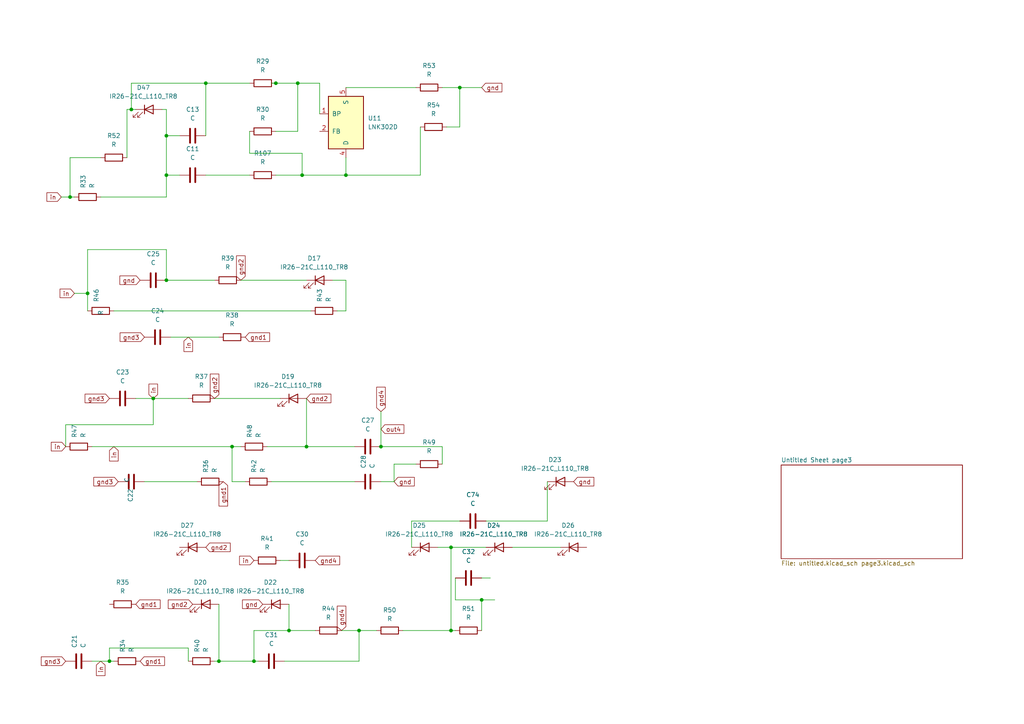
<source format=kicad_sch>
(kicad_sch (version 20231120) (generator "eeschema") (generator_version "8.0")
  (paper "A4")
  (lib_symbols
    (symbol "Device:C" (pin_numbers hide) (pin_names (offset 0.254))
      (property "Reference" "C" (at 0.635 2.54 0))
      (property "Value" "C" (at 0.635 -2.54 0))
      (symbol "C_0_1"
        (polyline (pts (xy -2.032 -0.762) (xy 2.032 -0.762)) (stroke (width 0.508)))
        (polyline (pts (xy -2.032 0.762) (xy 2.032 0.762)) (stroke (width 0.508)))
      )
      (symbol "C_1_1"
        (pin passive line (at 0 3.81 270) (length 2.794) (name "~") (number "1"))
        (pin passive line (at 0 -3.81 90) (length 2.794) (name "~") (number "2"))
      )
    )
    (symbol "Device:R" (pin_numbers hide) (pin_names (offset 0))
      (property "Reference" "R" (at 2.032 0 90))
      (property "Value" "R" (at 0 0 90))
      (symbol "R_0_1"
        (rectangle (start -1.016 -2.54) (end 1.016 2.54) (stroke (width 0.254)))
      )
      (symbol "R_1_1"
        (pin passive line (at 0 3.81 270) (length 1.27) (name "~") (number "1"))
        (pin passive line (at 0 -3.81 90) (length 1.27) (name "~") (number "2"))
      )
    )
    (symbol "LED:IR26-21C_L110_TR8" (pin_numbers hide) (pin_names (offset 1.016) hide)
      (property "Reference" "D" (at 0 2.54 0))
      (property "Value" "IR26-21C_L110_TR8" (at 0 -3.81 0))
      (symbol "IR26-21C_L110_TR8_0_1"
        (polyline (pts (xy -1.27 -1.27) (xy -1.27 1.27)) (stroke (width 0.254)))
        (polyline (pts (xy -1.27 0) (xy 1.27 0)))
        (polyline (pts (xy 1.27 -1.27) (xy 1.27 1.27) (xy -1.27 0) (xy 1.27 -1.27)) (stroke (width 0.254)))
        (polyline (pts (xy -3.048 -0.762) (xy -4.572 -2.286) (xy -3.81 -2.286) (xy -4.572 -2.286) (xy -4.572 -1.524)))
        (polyline (pts (xy -1.778 -0.762) (xy -3.302 -2.286) (xy -2.54 -2.286) (xy -3.302 -2.286) (xy -3.302 -1.524)))
      )
      (symbol "IR26-21C_L110_TR8_1_1"
        (pin passive line (at -3.81 0 0) (length 2.54) (name "K") (number "1"))
        (pin passive line (at 3.81 0 180) (length 2.54) (name "A") (number "2"))
      )
    )
    (symbol "Regulator_Switching:LNK302D" (pin_names (offset 1.016))
      (property "Reference" "U" (at 0 -6.35 0))
      (property "Value" "LNK302D" (at 0 -8.89 0))
      (symbol "LNK302D_0_1"
        (rectangle (start -7.62 5.08) (end 7.62 -5.08) (stroke (width 0.254)) (fill (type background)))
      )
      (symbol "LNK302D_1_1"
        (pin input line (at 2.54 7.62 270) (length 2.54) (name "BP") (number "1"))
        (pin input line (at -2.54 7.62 270) (length 2.54) (name "FB") (number "2"))
        (pin open_collector line (at -10.16 0 0) (length 2.54) (name "D") (number "4"))
        (pin power_in line (at 10.16 0 180) (length 2.54) (name "S") (number "5"))
        (pin passive line (at 10.16 0 180) (length 2.54) hide (name "S") (number "6"))
        (pin passive line (at 10.16 0 180) (length 2.54) hide (name "S") (number "7"))
        (pin passive line (at 10.16 0 180) (length 2.54) hide (name "S") (number "8"))
      )
    )
  )
  (junction (at 63.5 191.77))
  (junction (at 48.26 50.8))
  (junction (at 130.81 158.75))
  (junction (at 88.9 129.54))
  (junction (at 59.69 24.13))
  (junction (at 86.36 24.13))
  (junction (at 83.82 182.88))
  (junction (at 38.1 31.75))
  (junction (at 31.75 191.77))
  (junction (at 48.26 39.37))
  (junction (at 67.31 129.54))
  (junction (at 133.35 25.4))
  (junction (at 139.7 173.99))
  (junction (at 104.14 182.88))
  (junction (at 48.26 81.28))
  (junction (at 100.33 50.8))
  (junction (at 44.45 115.57))
  (junction (at 80.01 24.13))
  (junction (at 110.49 129.54))
  (junction (at 73.66 191.77))
  (junction (at 130.81 182.88))
  (junction (at 20.32 57.15))
  (junction (at 25.4 85.09))
  (junction (at 87.63 50.8))
  (wire (pts (xy 26.67 129.54) (xy 67.31 129.54)))
  (wire (pts (xy 91.44 182.88) (xy 83.82 182.88)))
  (wire (pts (xy 73.66 191.77) (xy 74.93 191.77)))
  (wire (pts (xy 83.82 175.26) (xy 83.82 182.88)))
  (wire (pts (xy 54.61 187.96) (xy 54.61 191.77)))
  (wire (pts (xy 31.75 191.77) (xy 31.75 187.96)))
  (wire (pts (xy 110.49 119.38) (xy 110.49 129.54)))
  (wire (pts (xy 67.31 129.54) (xy 69.85 129.54)))
  (wire (pts (xy 20.32 57.15) (xy 21.59 57.15)))
  (wire (pts (xy 130.81 182.88) (xy 132.08 182.88)))
  (wire (pts (xy 48.26 31.75) (xy 48.26 39.37)))
  (wire (pts (xy 87.63 50.8) (xy 100.33 50.8)))
  (wire (pts (xy 73.66 182.88) (xy 73.66 191.77)))
  (wire (pts (xy 31.75 191.77) (xy 33.02 191.77)))
  (wire (pts (xy 63.5 191.77) (xy 62.23 191.77)))
  (wire (pts (xy 48.26 81.28) (xy 62.23 81.28)))
  (wire (pts (xy 52.07 39.37) (xy 48.26 39.37)))
  (wire (pts (xy 44.45 123.19) (xy 44.45 115.57)))
  (wire (pts (xy 26.67 191.77) (xy 31.75 191.77)))
  (wire (pts (xy 72.39 44.45) (xy 87.63 44.45)))
  (wire (pts (xy 128.27 129.54) (xy 128.27 134.62)))
  (wire (pts (xy 17.78 57.15) (xy 20.32 57.15)))
  (wire (pts (xy 20.32 57.15) (xy 20.32 45.72)))
  (wire (pts (xy 110.49 129.54) (xy 128.27 129.54)))
  (wire (pts (xy 31.75 187.96) (xy 54.61 187.96)))
  (wire (pts (xy 52.07 50.8) (xy 48.26 50.8)))
  (wire (pts (xy 62.23 115.57) (xy 81.28 115.57)))
  (wire (pts (xy 104.14 182.88) (xy 109.22 182.88)))
  (wire (pts (xy 46.99 31.75) (xy 48.26 31.75)))
  (wire (pts (xy 77.47 129.54) (xy 88.9 129.54)))
  (wire (pts (xy 100.33 25.4) (xy 120.65 25.4)))
  (wire (pts (xy 38.1 24.13) (xy 59.69 24.13)))
  (wire (pts (xy 49.53 97.79) (xy 63.5 97.79)))
  (wire (pts (xy 48.26 57.15) (xy 29.21 57.15)))
  (wire (pts (xy 100.33 50.8) (xy 100.33 45.72)))
  (wire (pts (xy 100.33 90.17) (xy 97.79 90.17)))
  (wire (pts (xy 36.83 45.72) (xy 36.83 31.75)))
  (wire (pts (xy 133.35 36.83) (xy 133.35 25.4)))
  (wire (pts (xy 33.02 90.17) (xy 90.17 90.17)))
  (wire (pts (xy 116.84 182.88) (xy 130.81 182.88)))
  (wire (pts (xy 19.05 123.19) (xy 44.45 123.19)))
  (wire (pts (xy 120.65 134.62) (xy 114.3 134.62)))
  (wire (pts (xy 104.14 191.77) (xy 104.14 182.88)))
  (wire (pts (xy 67.31 129.54) (xy 67.31 139.7)))
  (wire (pts (xy 39.37 115.57) (xy 44.45 115.57)))
  (wire (pts (xy 67.31 139.7) (xy 71.12 139.7)))
  (wire (pts (xy 127 158.75) (xy 130.81 158.75)))
  (wire (pts (xy 59.69 39.37) (xy 59.69 24.13)))
  (wire (pts (xy 38.1 31.75) (xy 38.1 24.13)))
  (wire (pts (xy 19.05 129.54) (xy 19.05 123.19)))
  (wire (pts (xy 119.38 151.13) (xy 133.35 151.13)))
  (wire (pts (xy 139.7 182.88) (xy 139.7 173.99)))
  (wire (pts (xy 59.69 50.8) (xy 72.39 50.8)))
  (wire (pts (xy 114.3 134.62) (xy 114.3 139.7)))
  (wire (pts (xy 121.92 50.8) (xy 121.92 36.83)))
  (wire (pts (xy 100.33 81.28) (xy 100.33 90.17)))
  (wire (pts (xy 87.63 44.45) (xy 87.63 50.8)))
  (wire (pts (xy 63.5 191.77) (xy 73.66 191.77)))
  (wire (pts (xy 59.69 24.13) (xy 72.39 24.13)))
  (wire (pts (xy 83.82 162.56) (xy 81.28 162.56)))
  (wire (pts (xy 80.01 50.8) (xy 87.63 50.8)))
  (wire (pts (xy 133.35 25.4) (xy 139.7 25.4)))
  (wire (pts (xy 63.5 175.26) (xy 63.5 191.77)))
  (wire (pts (xy 140.97 151.13) (xy 158.75 151.13)))
  (wire (pts (xy 158.75 151.13) (xy 158.75 139.7)))
  (wire (pts (xy 44.45 115.57) (xy 54.61 115.57)))
  (wire (pts (xy 41.91 139.7) (xy 57.15 139.7)))
  (wire (pts (xy 21.59 85.09) (xy 25.4 85.09)))
  (wire (pts (xy 130.81 158.75) (xy 140.97 158.75)))
  (wire (pts (xy 48.26 39.37) (xy 48.26 50.8)))
  (wire (pts (xy 25.4 72.39) (xy 25.4 85.09)))
  (wire (pts (xy 36.83 31.75) (xy 38.1 31.75)))
  (wire (pts (xy 92.71 24.13) (xy 92.71 33.02)))
  (wire (pts (xy 96.52 81.28) (xy 100.33 81.28)))
  (wire (pts (xy 38.1 31.75) (xy 39.37 31.75)))
  (wire (pts (xy 78.74 139.7) (xy 102.87 139.7)))
  (wire (pts (xy 80.01 38.1) (xy 86.36 38.1)))
  (wire (pts (xy 86.36 24.13) (xy 92.71 24.13)))
  (wire (pts (xy 139.7 173.99) (xy 143.51 173.99)))
  (wire (pts (xy 132.08 173.99) (xy 132.08 167.64)))
  (wire (pts (xy 20.32 45.72) (xy 29.21 45.72)))
  (wire (pts (xy 128.27 25.4) (xy 133.35 25.4)))
  (wire (pts (xy 148.59 158.75) (xy 162.56 158.75)))
  (wire (pts (xy 25.4 85.09) (xy 25.4 90.17)))
  (wire (pts (xy 114.3 139.7) (xy 110.49 139.7)))
  (wire (pts (xy 139.7 173.99) (xy 132.08 173.99)))
  (wire (pts (xy 72.39 38.1) (xy 72.39 44.45)))
  (wire (pts (xy 25.4 72.39) (xy 48.26 72.39)))
  (wire (pts (xy 139.7 167.64) (xy 142.24 167.64)))
  (wire (pts (xy 69.85 81.28) (xy 88.9 81.28)))
  (wire (pts (xy 82.55 191.77) (xy 104.14 191.77)))
  (wire (pts (xy 48.26 50.8) (xy 48.26 57.15)))
  (wire (pts (xy 100.33 50.8) (xy 121.92 50.8)))
  (wire (pts (xy 88.9 129.54) (xy 102.87 129.54)))
  (wire (pts (xy 119.38 158.75) (xy 119.38 151.13)))
  (wire (pts (xy 83.82 182.88) (xy 73.66 182.88)))
  (wire (pts (xy 80.01 24.13) (xy 86.36 24.13)))
  (wire (pts (xy 88.9 115.57) (xy 88.9 129.54)))
  (wire (pts (xy 78.74 24.13) (xy 80.01 24.13)))
  (wire (pts (xy 130.81 158.75) (xy 130.81 182.88)))
  (wire (pts (xy 48.26 72.39) (xy 48.26 81.28)))
  (wire (pts (xy 104.14 182.88) (xy 99.06 182.88)))
  (wire (pts (xy 129.54 36.83) (xy 133.35 36.83)))
  (wire (pts (xy 86.36 38.1) (xy 86.36 24.13)))
  (global_label "gnd1" (shape input) (at 71.12 97.79 0) (property "Intersheetrefs" "${INTERSHEET_REFS}" (effects (hide yes))))
  (global_label "gnd4" (shape input) (at 91.44 162.56 0) (property "Intersheetrefs" "${INTERSHEET_REFS}" (effects (hide yes))))
  (global_label "gnd3" (shape input) (at 31.75 115.57 180) (property "Intersheetrefs" "${INTERSHEET_REFS}" (effects (hide yes))))
  (global_label "gnd2" (shape input) (at 88.9 115.57 0) (property "Intersheetrefs" "${INTERSHEET_REFS}" (effects (hide yes))))
  (global_label "in" (shape input) (at 44.45 115.57 90) (property "Intersheetrefs" "${INTERSHEET_REFS}" (effects (hide yes))))
  (global_label "gnd3" (shape input) (at 41.91 97.79 180) (property "Intersheetrefs" "${INTERSHEET_REFS}" (effects (hide yes))))
  (global_label "gnd3" (shape input) (at 34.29 139.7 180) (property "Intersheetrefs" "${INTERSHEET_REFS}" (effects (hide yes))))
  (global_label "in" (shape input) (at 33.02 129.54 270) (property "Intersheetrefs" "${INTERSHEET_REFS}" (effects (hide yes))))
  (global_label "gnd2" (shape input) (at 69.85 81.28 90) (property "Intersheetrefs" "${INTERSHEET_REFS}" (effects (hide yes))))
  (global_label "gnd1" (shape input) (at 40.64 191.77 0) (property "Intersheetrefs" "${INTERSHEET_REFS}" (effects (hide yes))))
  (global_label "in" (shape input) (at 54.61 97.79 270) (property "Intersheetrefs" "${INTERSHEET_REFS}" (effects (hide yes))))
  (global_label "gnd1" (shape input) (at 39.37 175.26 0) (property "Intersheetrefs" "${INTERSHEET_REFS}" (effects (hide yes))))
  (global_label "in" (shape input) (at 29.21 191.77 270) (property "Intersheetrefs" "${INTERSHEET_REFS}" (effects (hide yes))))
  (global_label "in" (shape input) (at 21.59 85.09 180) (property "Intersheetrefs" "${INTERSHEET_REFS}" (effects (hide yes))))
  (global_label "gnd2" (shape input) (at 55.88 175.26 180) (property "Intersheetrefs" "${INTERSHEET_REFS}" (effects (hide yes))))
  (global_label "gnd3" (shape input) (at 19.05 191.77 180) (property "Intersheetrefs" "${INTERSHEET_REFS}" (effects (hide yes))))
  (global_label "gnd4" (shape input) (at 99.06 182.88 90) (property "Intersheetrefs" "${INTERSHEET_REFS}" (effects (hide yes))))
  (global_label "gnd" (shape input) (at 40.64 81.28 180) (property "Intersheetrefs" "${INTERSHEET_REFS}" (effects (hide yes))))
  (global_label "in" (shape input) (at 73.66 162.56 180) (property "Intersheetrefs" "${INTERSHEET_REFS}" (effects (hide yes))))
  (global_label "in" (shape input) (at 19.05 129.54 180) (property "Intersheetrefs" "${INTERSHEET_REFS}" (effects (hide yes))))
  (global_label "gnd2" (shape input) (at 59.69 158.75 0) (property "Intersheetrefs" "${INTERSHEET_REFS}" (effects (hide yes))))
  (global_label "gnd1" (shape input) (at 64.77 139.7 270) (property "Intersheetrefs" "${INTERSHEET_REFS}" (effects (hide yes))))
  (global_label "gnd2" (shape input) (at 62.23 115.57 90) (property "Intersheetrefs" "${INTERSHEET_REFS}" (effects (hide yes))))
  (global_label "out4" (shape input) (at 110.49 124.46 0) (property "Intersheetrefs" "${INTERSHEET_REFS}" (effects (hide yes))))
  (global_label "gnd" (shape input) (at 114.3 139.7 0) (property "Intersheetrefs" "${INTERSHEET_REFS}" (effects (hide yes))))
  (global_label "gnd4" (shape input) (at 110.49 119.38 90) (property "Intersheetrefs" "${INTERSHEET_REFS}" (effects (hide yes))))
  (global_label "gnd" (shape input) (at 166.37 139.7 0) (property "Intersheetrefs" "${INTERSHEET_REFS}" (effects (hide yes))))
  (global_label "gnd" (shape input) (at 76.2 175.26 180) (property "Intersheetrefs" "${INTERSHEET_REFS}" (effects (hide yes))))
  (global_label "in" (shape input) (at 17.78 57.15 180) (property "Intersheetrefs" "${INTERSHEET_REFS}" (effects (hide yes))))
  (global_label "gnd" (shape input) (at 139.7 25.4 0) (property "Intersheetrefs" "${INTERSHEET_REFS}" (effects (hide yes))))
  (symbol (lib_id "LED:IR26-21C_L110_TR8") (at 80.01 175.26 0) (unit 1)
    (property "Reference" "D22" (at 78.4225 168.91 0))
    (property "Value" "IR26-21C_L110_TR8" (at 78.4225 171.45 0))
    (property "Footprint" "LED_SMD:LED_1206_3216Metric" (effects (hide yes)))
    (property "Datasheet" "http://www.everlight.com/file/ProductFile/IR26-21C-L110-TR8.pdf" (effects (hide yes)))
    (property "Description" "940nm, 20 deg, Infrared LED, 1206" (effects (hide yes)))
  )
  (symbol (lib_id "LED:IR26-21C_L110_TR8") (at 166.37 158.75 0) (unit 1)
    (property "Reference" "D26" (at 164.7825 152.4 0))
    (property "Value" "IR26-21C_L110_TR8" (at 164.7825 154.94 0))
    (property "Footprint" "LED_SMD:LED_1206_3216Metric" (effects (hide yes)))
    (property "Datasheet" "http://www.everlight.com/file/ProductFile/IR26-21C-L110-TR8.pdf" (effects (hide yes)))
    (property "Description" "940nm, 20 deg, Infrared LED, 1206" (effects (hide yes)))
  )
  (symbol (lib_id "LED:IR26-21C_L110_TR8") (at 144.78 158.75 0) (unit 1)
    (property "Reference" "D24" (at 143.1925 152.4 0))
    (property "Value" "IR26-21C_L110_TR8" (at 143.1925 154.94 0))
    (property "Footprint" "LED_SMD:LED_1206_3216Metric" (effects (hide yes)))
    (property "Datasheet" "http://www.everlight.com/file/ProductFile/IR26-21C-L110-TR8.pdf" (effects (hide yes)))
    (property "Description" "940nm, 20 deg, Infrared LED, 1206" (effects (hide yes)))
  )
  (symbol (lib_id "Device:C") (at 44.45 81.28 90) (unit 1)
    (property "Reference" "C25" (at 44.45 73.66 90))
    (property "Value" "C" (at 44.45 76.2 90))
    (property "Footprint" "Capacitor_SMD:C_1206_3216Metric_Pad1.33x1.80mm_HandSolder" (effects (hide yes)))
    (property "Description" "Unpolarized capacitor" (effects (hide yes)))
  )
  (symbol (lib_id "LED:IR26-21C_L110_TR8") (at 92.71 81.28 0) (unit 1)
    (property "Reference" "D17" (at 91.1225 74.93 0))
    (property "Value" "IR26-21C_L110_TR8" (at 91.1225 77.47 0))
    (property "Footprint" "LED_SMD:LED_1206_3216Metric" (effects (hide yes)))
    (property "Datasheet" "http://www.everlight.com/file/ProductFile/IR26-21C-L110-TR8.pdf" (effects (hide yes)))
    (property "Description" "940nm, 20 deg, Infrared LED, 1206" (effects (hide yes)))
  )
  (symbol (lib_id "Device:R") (at 66.04 81.28 90) (unit 1)
    (property "Reference" "R39" (at 66.04 74.93 90))
    (property "Value" "R" (at 66.04 77.47 90))
    (property "Footprint" "Resistor_THT:R_Axial_DIN0414_L11.9mm_D4.5mm_P15.24mm_Horizontal" (effects (hide yes)))
    (property "Description" "Resistor" (effects (hide yes)))
  )
  (symbol (lib_id "Device:C") (at 22.86 191.77 90) (unit 1)
    (property "Reference" "C21" (at 21.5899 187.96 0) (effects (justify left)))
    (property "Value" "C" (at 24.1299 187.96 0) (effects (justify left)))
    (property "Footprint" "Capacitor_SMD:C_1206_3216Metric_Pad1.33x1.80mm_HandSolder" (effects (hide yes)))
    (property "Description" "Unpolarized capacitor" (effects (hide yes)))
  )
  (symbol (lib_id "Device:R") (at 124.46 25.4 90) (unit 1)
    (property "Reference" "R53" (at 124.46 19.05 90))
    (property "Value" "R" (at 124.46 21.59 90))
    (property "Footprint" "Resistor_SMD:R_0603_1608Metric" (effects (hide yes)))
    (property "Description" "Resistor" (effects (hide yes)))
  )
  (symbol (lib_id "Device:R") (at 135.89 182.88 90) (unit 1)
    (property "Reference" "R51" (at 135.89 176.53 90))
    (property "Value" "R" (at 135.89 179.07 90))
    (property "Footprint" "Resistor_SMD:R_0603_1608Metric" (effects (hide yes)))
    (property "Description" "Resistor" (effects (hide yes)))
  )
  (symbol (lib_id "LED:IR26-21C_L110_TR8") (at 162.56 139.7 0) (unit 1)
    (property "Reference" "D23" (at 160.9725 133.35 0))
    (property "Value" "IR26-21C_L110_TR8" (at 160.9725 135.89 0))
    (property "Footprint" "LED_SMD:LED_1206_3216Metric" (effects (hide yes)))
    (property "Datasheet" "http://www.everlight.com/file/ProductFile/IR26-21C-L110-TR8.pdf" (effects (hide yes)))
    (property "Description" "940nm, 20 deg, Infrared LED, 1206" (effects (hide yes)))
  )
  (symbol (lib_id "Device:R") (at 58.42 191.77 90) (unit 1)
    (property "Reference" "R40" (at 57.1499 189.23 0) (effects (justify left)))
    (property "Value" "R" (at 59.6899 189.23 0) (effects (justify left)))
    (property "Footprint" "Resistor_SMD:R_0603_1608Metric" (effects (hide yes)))
    (property "Description" "Resistor" (effects (hide yes)))
  )
  (symbol (lib_id "Device:R") (at 58.42 115.57 90) (unit 1)
    (property "Reference" "R37" (at 58.42 109.22 90))
    (property "Value" "R" (at 58.42 111.76 90))
    (property "Footprint" "Resistor_THT:R_Axial_DIN0414_L11.9mm_D4.5mm_P15.24mm_Horizontal" (effects (hide yes)))
    (property "Description" "Resistor" (effects (hide yes)))
  )
  (symbol (lib_id "Device:C") (at 106.68 139.7 90) (unit 1)
    (property "Reference" "C28" (at 105.4099 135.89 0) (effects (justify left)))
    (property "Value" "C" (at 107.9499 135.89 0) (effects (justify left)))
    (property "Footprint" "Capacitor_SMD:C_1206_3216Metric_Pad1.33x1.80mm_HandSolder" (effects (hide yes)))
    (property "Description" "Unpolarized capacitor" (effects (hide yes)))
  )
  (symbol (lib_id "Device:C") (at 106.68 129.54 90) (unit 1)
    (property "Reference" "C27" (at 106.68 121.92 90))
    (property "Value" "C" (at 106.68 124.46 90))
    (property "Footprint" "Capacitor_SMD:C_1206_3216Metric_Pad1.33x1.80mm_HandSolder" (effects (hide yes)))
    (property "Description" "Unpolarized capacitor" (effects (hide yes)))
  )
  (symbol (lib_id "LED:IR26-21C_L110_TR8") (at 123.19 158.75 0) (unit 1)
    (property "Reference" "D25" (at 121.6025 152.4 0))
    (property "Value" "IR26-21C_L110_TR8" (at 121.6025 154.94 0))
    (property "Footprint" "LED_SMD:LED_1206_3216Metric" (effects (hide yes)))
    (property "Datasheet" "http://www.everlight.com/file/ProductFile/IR26-21C-L110-TR8.pdf" (effects (hide yes)))
    (property "Description" "940nm, 20 deg, Infrared LED, 1206" (effects (hide yes)))
  )
  (symbol (lib_id "LED:IR26-21C_L110_TR8") (at 85.09 115.57 0) (unit 1)
    (property "Reference" "D19" (at 83.5025 109.22 0))
    (property "Value" "IR26-21C_L110_TR8" (at 83.5025 111.76 0))
    (property "Footprint" "LED_SMD:LED_1206_3216Metric" (effects (hide yes)))
    (property "Datasheet" "http://www.everlight.com/file/ProductFile/IR26-21C-L110-TR8.pdf" (effects (hide yes)))
    (property "Description" "940nm, 20 deg, Infrared LED, 1206" (effects (hide yes)))
  )
  (symbol (lib_id "Device:C") (at 137.16 151.13 90) (unit 1)
    (property "Reference" "C74" (at 137.16 143.51 90))
    (property "Value" "C" (at 137.16 146.05 90))
    (property "Description" "Unpolarized capacitor" (effects (hide yes)))
  )
  (symbol (lib_id "Device:R") (at 36.83 191.77 90) (unit 1)
    (property "Reference" "R34" (at 35.5599 189.23 0) (effects (justify left)))
    (property "Value" "R" (at 38.0999 189.23 0) (effects (justify left)))
    (property "Footprint" "Resistor_THT:R_Axial_DIN0414_L11.9mm_D4.5mm_P15.24mm_Horizontal" (effects (hide yes)))
    (property "Description" "Resistor" (effects (hide yes)))
  )
  (symbol (lib_id "Device:C") (at 55.88 39.37 90) (unit 1)
    (property "Reference" "C13" (at 55.88 31.75 90))
    (property "Value" "C" (at 55.88 34.29 90))
    (property "Footprint" "Capacitor_SMD:C_1206_3216Metric_Pad1.33x1.80mm_HandSolder" (effects (hide yes)))
    (property "Description" "Unpolarized capacitor" (effects (hide yes)))
  )
  (symbol (lib_id "Device:R") (at 22.86 129.54 90) (unit 1)
    (property "Reference" "R47" (at 21.5899 127 0) (effects (justify left)))
    (property "Value" "R" (at 24.1299 127 0) (effects (justify left)))
    (property "Footprint" "Resistor_SMD:R_0603_1608Metric" (effects (hide yes)))
    (property "Description" "Resistor" (effects (hide yes)))
  )
  (symbol (lib_id "Device:C") (at 45.72 97.79 90) (unit 1)
    (property "Reference" "C24" (at 45.72 90.17 90))
    (property "Value" "C" (at 45.72 92.71 90))
    (property "Footprint" "Capacitor_SMD:C_1206_3216Metric_Pad1.33x1.80mm_HandSolder" (effects (hide yes)))
    (property "Description" "Unpolarized capacitor" (effects (hide yes)))
  )
  (symbol (lib_id "Device:C") (at 135.89 167.64 90) (unit 1)
    (property "Reference" "C32" (at 135.89 160.02 90))
    (property "Value" "C" (at 135.89 162.56 90))
    (property "Footprint" "Capacitor_SMD:C_1206_3216Metric_Pad1.33x1.80mm_HandSolder" (effects (hide yes)))
    (property "Description" "Unpolarized capacitor" (effects (hide yes)))
  )
  (symbol (lib_id "Device:R") (at 74.93 139.7 90) (unit 1)
    (property "Reference" "R42" (at 73.6599 137.16 0) (effects (justify left)))
    (property "Value" "R" (at 76.1999 137.16 0) (effects (justify left)))
    (property "Footprint" "Resistor_SMD:R_0603_1608Metric" (effects (hide yes)))
    (property "Description" "Resistor" (effects (hide yes)))
  )
  (symbol (lib_id "Device:C") (at 87.63 162.56 90) (unit 1)
    (property "Reference" "C30" (at 87.63 154.94 90))
    (property "Value" "C" (at 87.63 157.48 90))
    (property "Footprint" "Capacitor_SMD:C_1206_3216Metric_Pad1.33x1.80mm_HandSolder" (effects (hide yes)))
    (property "Description" "Unpolarized capacitor" (effects (hide yes)))
  )
  (symbol (lib_id "Device:R") (at 125.73 36.83 90) (unit 1)
    (property "Reference" "R54" (at 125.73 30.48 90))
    (property "Value" "R" (at 125.73 33.02 90))
    (property "Footprint" "Resistor_SMD:R_0603_1608Metric" (effects (hide yes)))
    (property "Description" "Resistor" (effects (hide yes)))
  )
  (symbol (lib_id "Device:R") (at 113.03 182.88 90) (unit 1)
    (property "Reference" "R50" (at 113.03 176.9525 90))
    (property "Value" "R" (at 113.03 179.4925 90))
    (property "Footprint" "Resistor_SMD:R_0603_1608Metric" (effects (hide yes)))
    (property "Description" "Resistor" (effects (hide yes)))
  )
  (symbol (lib_id "Device:C") (at 35.56 115.57 90) (unit 1)
    (property "Reference" "C23" (at 35.56 107.95 90))
    (property "Value" "C" (at 35.56 110.49 90))
    (property "Footprint" "Capacitor_SMD:C_1206_3216Metric_Pad1.33x1.80mm_HandSolder" (effects (hide yes)))
    (property "Description" "Unpolarized capacitor" (effects (hide yes)))
  )
  (symbol (lib_id "Device:R") (at 67.31 97.79 90) (unit 1)
    (property "Reference" "R38" (at 67.31 91.44 90))
    (property "Value" "R" (at 67.31 93.98 90))
    (property "Footprint" "Resistor_THT:R_Axial_DIN0414_L11.9mm_D4.5mm_P15.24mm_Horizontal" (effects (hide yes)))
    (property "Description" "Resistor" (effects (hide yes)))
  )
  (symbol (lib_id "LED:IR26-21C_L110_TR8") (at 55.88 158.75 0) (unit 1)
    (property "Reference" "D27" (at 54.2925 152.4 0))
    (property "Value" "IR26-21C_L110_TR8" (at 54.2925 154.94 0))
    (property "Footprint" "LED_SMD:LED_1206_3216Metric" (effects (hide yes)))
    (property "Datasheet" "http://www.everlight.com/file/ProductFile/IR26-21C-L110-TR8.pdf" (effects (hide yes)))
    (property "Description" "940nm, 20 deg, Infrared LED, 1206" (effects (hide yes)))
  )
  (symbol (lib_id "Device:R") (at 124.46 134.62 90) (unit 1)
    (property "Reference" "R49" (at 124.46 128.27 90))
    (property "Value" "R" (at 124.46 130.81 90))
    (property "Footprint" "Resistor_SMD:R_0603_1608Metric" (effects (hide yes)))
    (property "Description" "Resistor" (effects (hide yes)))
  )
  (symbol (lib_id "Device:R") (at 60.96 139.7 90) (unit 1)
    (property "Reference" "R36" (at 59.6899 137.16 0) (effects (justify left)))
    (property "Value" "R" (at 62.2299 137.16 0) (effects (justify left)))
    (property "Footprint" "Resistor_THT:R_Axial_DIN0414_L11.9mm_D4.5mm_P15.24mm_Horizontal" (effects (hide yes)))
    (property "Description" "Resistor" (effects (hide yes)))
  )
  (symbol (lib_id "LED:IR26-21C_L110_TR8") (at 43.18 31.75 0) (unit 1)
    (property "Reference" "D47" (at 41.5925 25.4 0))
    (property "Value" "IR26-21C_L110_TR8" (at 41.5925 27.94 0))
    (property "Footprint" "LED_SMD:LED_1206_3216Metric" (effects (hide yes)))
    (property "Datasheet" "http://www.everlight.com/file/ProductFile/IR26-21C-L110-TR8.pdf" (effects (hide yes)))
    (property "Description" "940nm, 20 deg, Infrared LED, 1206" (effects (hide yes)))
  )
  (symbol (lib_id "Device:R") (at 95.25 182.88 90) (unit 1)
    (property "Reference" "R44" (at 95.25 176.53 90))
    (property "Value" "R" (at 95.25 179.07 90))
    (property "Footprint" "Resistor_SMD:R_0603_1608Metric" (effects (hide yes)))
    (property "Description" "Resistor" (effects (hide yes)))
  )
  (symbol (lib_id "Device:C") (at 55.88 50.8 90) (unit 1)
    (property "Reference" "C11" (at 55.88 43.18 90))
    (property "Value" "C" (at 55.88 45.72 90))
    (property "Footprint" "Capacitor_SMD:C_0603_1608Metric" (effects (hide yes)))
    (property "Description" "Unpolarized capacitor" (effects (hide yes)))
  )
  (symbol (lib_id "Device:C") (at 38.1 139.7 270) (unit 1)
    (property "Reference" "C22" (at 37.846 141.732 0) (effects (justify left)))
    (property "Value" "C" (at 36.8301 138.43 0) (effects (justify left)))
    (property "Footprint" "Capacitor_SMD:C_1206_3216Metric_Pad1.33x1.80mm_HandSolder" (effects (hide yes)))
    (property "Description" "Unpolarized capacitor" (effects (hide yes)))
  )
  (symbol (lib_id "Regulator_Switching:LNK302D") (at 100.33 35.56 90) (unit 1)
    (property "Reference" "U11" (at 106.68 34.2899 90) (effects (justify right)))
    (property "Value" "LNK302D" (at 106.68 36.8299 90) (effects (justify right)))
    (property "Footprint" "Package_SO:PowerIntegrations_SO-8B" (effects (hide yes)))
    (property "Datasheet" "http://www.powerint.com/sites/default/files/product-docs/lnk302_304-306.pdf" (effects (hide yes)))
    (property "Description" "LinkSwitch-TN Family, 80mA Output Current, SO-8C" (effects (hide yes)))
  )
  (symbol (lib_id "LED:IR26-21C_L110_TR8") (at 59.69 175.26 0) (unit 1)
    (property "Reference" "D20" (at 58.1025 168.91 0))
    (property "Value" "IR26-21C_L110_TR8" (at 58.1025 171.45 0))
    (property "Footprint" "LED_SMD:LED_1206_3216Metric" (effects (hide yes)))
    (property "Datasheet" "http://www.everlight.com/file/ProductFile/IR26-21C-L110-TR8.pdf" (effects (hide yes)))
    (property "Description" "940nm, 20 deg, Infrared LED, 1206" (effects (hide yes)))
  )
  (symbol (lib_id "Device:R") (at 93.98 90.17 90) (unit 1)
    (property "Reference" "R43" (at 92.7099 87.63 0) (effects (justify left)))
    (property "Value" "R" (at 95.2499 87.63 0) (effects (justify left)))
    (property "Footprint" "Resistor_SMD:R_0603_1608Metric" (effects (hide yes)))
    (property "Description" "Resistor" (effects (hide yes)))
  )
  (symbol (lib_id "Device:R") (at 25.4 57.15 90) (unit 1)
    (property "Reference" "R33" (at 24.1299 54.61 0) (effects (justify left)))
    (property "Value" "R" (at 26.6699 54.61 0) (effects (justify left)))
    (property "Footprint" "Resistor_THT:R_Axial_DIN0309_L9.0mm_D3.2mm_P12.70mm_Horizontal" (effects (hide yes)))
    (property "Description" "Resistor" (effects (hide yes)))
  )
  (symbol (lib_id "Device:R") (at 33.02 45.72 90) (unit 1)
    (property "Reference" "R52" (at 33.02 39.37 90))
    (property "Value" "R" (at 33.02 41.91 90))
    (property "Footprint" "Resistor_SMD:R_0603_1608Metric" (effects (hide yes)))
    (property "Description" "Resistor" (effects (hide yes)))
  )
  (symbol (lib_id "Device:R") (at 77.47 162.56 90) (unit 1)
    (property "Reference" "R41" (at 77.47 156.21 90))
    (property "Value" "R" (at 77.47 158.75 90))
    (property "Footprint" "Resistor_SMD:R_0603_1608Metric" (effects (hide yes)))
    (property "Description" "Resistor" (effects (hide yes)))
  )
  (symbol (lib_id "Device:R") (at 76.2 50.8 90) (unit 1)
    (property "Reference" "R107" (at 76.2 44.45 90))
    (property "Value" "R" (at 76.2 46.99 90))
    (property "Footprint" "Resistor_SMD:R_0603_1608Metric" (effects (hide yes)))
    (property "Description" "Resistor" (effects (hide yes)))
  )
  (symbol (lib_id "Device:R") (at 76.2 24.13 90) (unit 1)
    (property "Reference" "R29" (at 76.2 17.78 90))
    (property "Value" "R" (at 76.2 20.32 90))
    (property "Footprint" "Resistor_SMD:R_0603_1608Metric" (effects (hide yes)))
    (property "Description" "Resistor" (effects (hide yes)))
  )
  (symbol (lib_id "Device:R") (at 76.2 38.1 90) (unit 1)
    (property "Reference" "R30" (at 76.2 31.75 90))
    (property "Value" "R" (at 76.2 34.29 90))
    (property "Footprint" "Resistor_SMD:R_0603_1608Metric" (effects (hide yes)))
    (property "Description" "Resistor" (effects (hide yes)))
  )
  (symbol (lib_id "Device:R") (at 73.66 129.54 90) (unit 1)
    (property "Reference" "R48" (at 72.3899 127 0) (effects (justify left)))
    (property "Value" "R" (at 74.9299 127 0) (effects (justify left)))
    (property "Footprint" "Resistor_SMD:R_0603_1608Metric" (effects (hide yes)))
    (property "Description" "Resistor" (effects (hide yes)))
  )
  (symbol (lib_id "Device:R") (at 35.56 175.26 90) (unit 1)
    (property "Reference" "R35" (at 35.56 168.91 90))
    (property "Value" "R" (at 35.56 171.45 90))
    (property "Footprint" "Resistor_THT:R_Axial_DIN0414_L11.9mm_D4.5mm_P15.24mm_Horizontal" (effects (hide yes)))
    (property "Description" "Resistor" (effects (hide yes)))
  )
  (symbol (lib_id "Device:R") (at 29.21 90.17 90) (unit 1)
    (property "Reference" "R46" (at 27.9399 87.63 0) (effects (justify left)))
    (property "Value" "R" (at 29.21 91.44 0) (effects (justify left)))
    (property "Footprint" "Resistor_SMD:R_0603_1608Metric" (effects (hide yes)))
    (property "Description" "Resistor" (effects (hide yes)))
  )
  (symbol (lib_id "Device:C") (at 78.74 191.77 90) (unit 1)
    (property "Reference" "C31" (at 78.74 184.15 90))
    (property "Value" "C" (at 78.74 186.69 90))
    (property "Footprint" "Capacitor_SMD:C_1206_3216Metric_Pad1.33x1.80mm_HandSolder" (effects (hide yes)))
    (property "Description" "Unpolarized capacitor" (effects (hide yes)))
  )
  (sheet (at 226.568 134.874) (size 52.578 27.178) (stroke (width 0.1524))
    (property "Sheetname" "Untitled Sheet page3" (at 226.568 134.1624 0) (effects (justify left bottom)))
    (property "Sheetfile" "untitled.kicad_sch page3.kicad_sch" (at 226.568 162.6366 0) (effects (justify left top)))
  )
)
</source>
